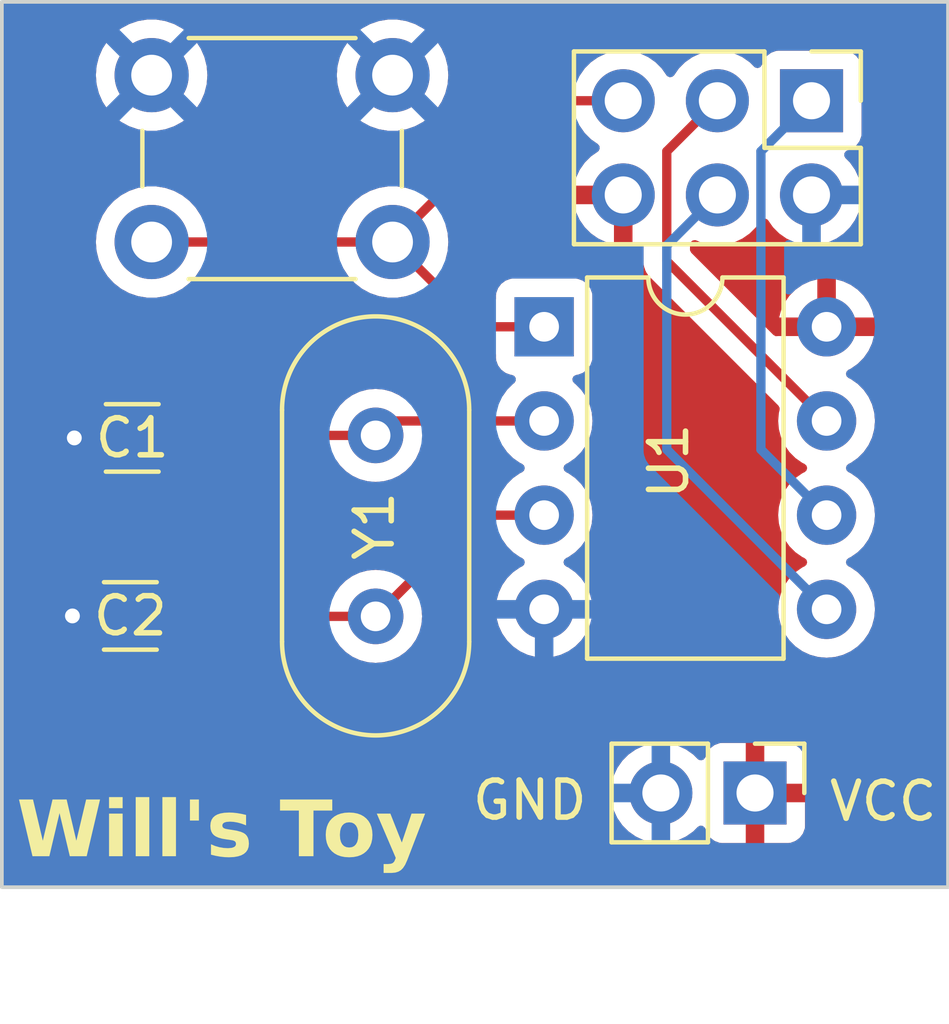
<source format=kicad_pcb>
(kicad_pcb (version 20221018) (generator pcbnew)
  (layers (0 "F.Cu" signal) (31 "B.Cu" signal) (34 "B.Paste" user) (35 "F.Paste" user) (36 "B.SilkS" user "B.Silkscreen") (37 "F.SilkS" user "F.Silkscreen") (38 "B.Mask" user) (39 "F.Mask" user) (44 "Edge.Cuts" user))
  (net 0 "")
  (net 1 "VCC")
  (net 2 "GND")
  (net 3 "/XTAL1")
  (net 4 "/XTAL2")
  (net 5 "/RESET")
  (net 6 "/SCK")
  (net 7 "/MOSI")
  (net 8 "/MISO")
  (footprint "Button_Switch_THT:SW_PUSH_6mm" (layer "F.Cu") (at 122.301 96.901 180)
    (fp_text reference "SW1" hide)
    (fp_text value "SW_Push")
    (fp_line (start -0.25 1.5) (end -0.25 3) (stroke (width 0.12)) (layer "F.SilkS"))
    (fp_line (start 1 5.5) (end 5.5 5.5) (stroke (width 0.12)) (layer "F.SilkS"))
    (fp_line (start 5.5 -1) (end 1 -1) (stroke (width 0.12)) (layer "F.SilkS"))
    (fp_line (start 6.75 3) (end 6.75 1.5) (stroke (width 0.12)) (layer "F.SilkS"))
    (pad "1" thru_hole circle (at 0 0 270) (size 2 2) (drill 1.1) (layers "*.Cu" "*.Mask") (net 5 "/RESET"))
    (pad "1" thru_hole circle (at 6.5 0 270) (size 2 2) (drill 1.1) (layers "*.Cu" "*.Mask") (net 5 "/RESET"))
    (pad "2" thru_hole circle (at 0 4.5 270) (size 2 2) (drill 1.1) (layers "*.Cu" "*.Mask") (net 2 "GND"))
    (pad "2" thru_hole circle (at 6.5 4.5 270) (size 2 2) (drill 1.1) (layers "*.Cu" "*.Mask") (net 2 "GND"))
  )
  (footprint "Connector_PinHeader_2.54mm:PinHeader_1x02_P2.54mm_Vertical" (layer "F.Cu") (at 132.08 111.76 -90)
    (fp_text reference "J2" hide)
    (fp_text value "Conn_01x02_Pin")
    (fp_line (start -1.33 -1.33) (end 0 -1.33) (stroke (width 0.12)) (layer "F.SilkS"))
    (fp_line (start -1.33 0) (end -1.33 -1.33) (stroke (width 0.12)) (layer "F.SilkS"))
    (fp_line (start -1.33 1.27) (end -1.33 3.87) (stroke (width 0.12)) (layer "F.SilkS"))
    (fp_line (start -1.33 1.27) (end 1.33 1.27) (stroke (width 0.12)) (layer "F.SilkS"))
    (fp_line (start -1.33 3.87) (end 1.33 3.87) (stroke (width 0.12)) (layer "F.SilkS"))
    (fp_line (start 1.33 1.27) (end 1.33 3.87) (stroke (width 0.12)) (layer "F.SilkS"))
    (pad "1" thru_hole rect (at 0 0 270) (size 1.7 1.7) (drill 1) (layers "*.Cu" "*.Mask") (net 1 "VCC"))
    (pad "2" thru_hole oval (at 0 2.54 270) (size 1.7 1.7) (drill 1) (layers "*.Cu" "*.Mask") (net 2 "GND"))
  )
  (footprint "Connector_PinHeader_2.54mm:PinHeader_2x03_P2.54mm_Vertical" (layer "F.Cu") (at 133.604 93.091 -90)
    (fp_text reference "J1" hide)
    (fp_text value "Conn_02x03_Odd_Even" hide)
    (fp_line (start -1.33 -1.33) (end 0 -1.33) (stroke (width 0.12)) (layer "F.SilkS"))
    (fp_line (start -1.33 0) (end -1.33 -1.33) (stroke (width 0.12)) (layer "F.SilkS"))
    (fp_line (start -1.33 1.27) (end -1.33 6.41) (stroke (width 0.12)) (layer "F.SilkS"))
    (fp_line (start -1.33 1.27) (end 1.27 1.27) (stroke (width 0.12)) (layer "F.SilkS"))
    (fp_line (start -1.33 6.41) (end 3.87 6.41) (stroke (width 0.12)) (layer "F.SilkS"))
    (fp_line (start 1.27 -1.33) (end 3.87 -1.33) (stroke (width 0.12)) (layer "F.SilkS"))
    (fp_line (start 1.27 1.27) (end 1.27 -1.33) (stroke (width 0.12)) (layer "F.SilkS"))
    (fp_line (start 3.87 -1.33) (end 3.87 6.41) (stroke (width 0.12)) (layer "F.SilkS"))
    (pad "1" thru_hole rect (at 0 0 270) (size 1.7 1.7) (drill 1) (layers "*.Cu" "*.Mask") (net 8 "/MISO"))
    (pad "2" thru_hole oval (at 2.54 0 270) (size 1.7 1.7) (drill 1) (layers "*.Cu" "*.Mask") (net 2 "GND"))
    (pad "3" thru_hole oval (at 0 2.54 270) (size 1.7 1.7) (drill 1) (layers "*.Cu" "*.Mask") (net 6 "/SCK"))
    (pad "4" thru_hole oval (at 2.54 2.54 270) (size 1.7 1.7) (drill 1) (layers "*.Cu" "*.Mask") (net 7 "/MOSI"))
    (pad "5" thru_hole oval (at 0 5.08 270) (size 1.7 1.7) (drill 1) (layers "*.Cu" "*.Mask") (net 5 "/RESET"))
    (pad "6" thru_hole oval (at 2.54 5.08 270) (size 1.7 1.7) (drill 1) (layers "*.Cu" "*.Mask") (net 1 "VCC"))
  )
  (footprint "Package_DIP:DIP-8_W7.62mm" (layer "F.Cu") (at 126.3904 99.187)
    (fp_text reference "U1" (at 3.3596 3.623 90) (layer "F.SilkS"))
    (fp_text value "ATtiny85-20P")
    (fp_line (start 1.16 -1.33) (end 1.16 8.95) (stroke (width 0.12)) (layer "F.SilkS"))
    (fp_line (start 1.16 8.95) (end 6.46 8.95) (stroke (width 0.12)) (layer "F.SilkS"))
    (fp_line (start 2.81 -1.33) (end 1.16 -1.33) (stroke (width 0.12)) (layer "F.SilkS"))
    (fp_line (start 6.46 -1.33) (end 4.81 -1.33) (stroke (width 0.12)) (layer "F.SilkS"))
    (fp_line (start 6.46 8.95) (end 6.46 -1.33) (stroke (width 0.12)) (layer "F.SilkS"))
    (fp_arc (start 4.81 -1.33) (mid 3.81 -0.33) (end 2.81 -1.33) (stroke (width 0.12)) (layer "F.SilkS"))
    (pad "1" thru_hole rect (at 0 0) (size 1.6 1.6) (drill 0.8) (layers "*.Cu" "*.Mask") (net 5 "/RESET"))
    (pad "2" thru_hole oval (at 0 2.54) (size 1.6 1.6) (drill 0.8) (layers "*.Cu" "*.Mask") (net 3 "/XTAL1"))
    (pad "3" thru_hole oval (at 0 5.08) (size 1.6 1.6) (drill 0.8) (layers "*.Cu" "*.Mask") (net 4 "/XTAL2"))
    (pad "4" thru_hole oval (at 0 7.62) (size 1.6 1.6) (drill 0.8) (layers "*.Cu" "*.Mask") (net 2 "GND"))
    (pad "5" thru_hole oval (at 7.62 7.62) (size 1.6 1.6) (drill 0.8) (layers "*.Cu" "*.Mask") (net 7 "/MOSI"))
    (pad "6" thru_hole oval (at 7.62 5.08) (size 1.6 1.6) (drill 0.8) (layers "*.Cu" "*.Mask") (net 8 "/MISO"))
    (pad "7" thru_hole oval (at 7.62 2.54) (size 1.6 1.6) (drill 0.8) (layers "*.Cu" "*.Mask") (net 6 "/SCK"))
    (pad "8" thru_hole oval (at 7.62 0) (size 1.6 1.6) (drill 0.8) (layers "*.Cu" "*.Mask") (net 1 "VCC"))
  )
  (footprint "Capacitor_SMD:C_1206_3216Metric_Pad1.33x1.80mm_HandSolder" (layer "F.Cu") (at 115.2775 102.1842 180)
    (fp_text reference "C1" (at 0 0) (layer "F.SilkS"))
    (fp_text value "20PF" hide)
    (fp_line (start -0.711252 -0.91) (end 0.711252 -0.91) (stroke (width 0.12)) (layer "F.SilkS"))
    (fp_line (start -0.711252 0.91) (end 0.711252 0.91) (stroke (width 0.12)) (layer "F.SilkS"))
    (pad "1" smd roundrect (at -1.5625 0 180) (size 1.325 1.8) (layers "F.Cu" "F.Paste" "F.Mask") (roundrect_rratio 0.188679) (net 3 "/XTAL1"))
    (pad "2" smd roundrect (at 1.5625 0 180) (size 1.325 1.8) (layers "F.Cu" "F.Paste" "F.Mask") (roundrect_rratio 0.188679) (net 2 "GND"))
  )
  (footprint "Capacitor_SMD:C_1206_3216Metric_Pad1.33x1.80mm_HandSolder" (layer "F.Cu") (at 115.2267 106.9848)
    (fp_text reference "C2" (at 0 0) (layer "F.SilkS"))
    (fp_text value "20PF" hide)
    (fp_line (start -0.711252 -0.91) (end 0.711252 -0.91) (stroke (width 0.12)) (layer "F.SilkS"))
    (fp_line (start -0.711252 0.91) (end 0.711252 0.91) (stroke (width 0.12)) (layer "F.SilkS"))
    (pad "1" smd roundrect (at -1.5625 0) (size 1.325 1.8) (layers "F.Cu" "F.Paste" "F.Mask") (roundrect_rratio 0.188679) (net 2 "GND"))
    (pad "2" smd roundrect (at 1.5625 0) (size 1.325 1.8) (layers "F.Cu" "F.Paste" "F.Mask") (roundrect_rratio 0.188679) (net 4 "/XTAL2"))
  )
  (footprint "Crystal:Crystal_HC49-U_Vertical" (layer "F.Cu") (at 121.8438 106.9964 90)
    (fp_text reference "Y1" (at 2.4364 -0.0338 90) (layer "F.SilkS"))
    (fp_text value "8MHZ")
    (fp_line (start -0.685 -2.525) (end 5.565 -2.525) (stroke (width 0.12)) (layer "F.SilkS"))
    (fp_line (start -0.685 2.525) (end 5.565 2.525) (stroke (width 0.12)) (layer "F.SilkS"))
    (fp_arc (start -0.685 2.525) (mid -3.21 0) (end -0.685 -2.525) (stroke (width 0.12)) (layer "F.SilkS"))
    (fp_arc (start 5.565 -2.525) (mid 8.09 0) (end 5.565 2.525) (stroke (width 0.12)) (layer "F.SilkS"))
    (pad "1" thru_hole circle (at 0 0 90) (size 1.5 1.5) (drill 0.8) (layers "*.Cu" "*.Mask") (net 4 "/XTAL2"))
    (pad "2" thru_hole circle (at 4.88 0 90) (size 1.5 1.5) (drill 0.8) (layers "*.Cu" "*.Mask") (net 3 "/XTAL1"))
  )
  (gr_rect (start 111.76 90.424) (end 137.287 114.3) (stroke (width 0.1)) (fill none) (layer "Edge.Cuts"))
  (gr_text "VCC" (at 134.01 112.57) (layer "F.SilkS") (effects (font (size 1 1)) (justify left bottom)))
  (gr_text "GND" (at 124.38 112.54) (layer "F.SilkS") (effects (font (size 1 1)) (justify left bottom)))
  (gr_text "Will's Toy" (at 112.16 113.72) (layer "F.SilkS") (effects (font (size 1.5 1.5) (thickness 0.2) bold) (justify left bottom)))
  (via (at 113.6642 106.9848) (size 0.8) (drill 0.4) (layers "F.Cu" "B.Cu") (net 2))
  (via (at 113.715 102.1842) (size 0.8) (drill 0.4) (layers "F.Cu" "B.Cu") (net 2))
  (segment (start 113.715 94.487) (end 113.715 102.1842) (width 0.25) (layer "B.Cu") (net 2))
  (segment (start 113.715 102.1842) (end 113.715 106.934) (width 0.25) (layer "B.Cu") (net 2))
  (segment (start 113.715 106.934) (end 113.6642 106.9848) (width 0.25) (layer "B.Cu") (net 2))
  (segment (start 115.801 92.401) (end 113.715 94.487) (width 0.25) (layer "B.Cu") (net 2))
  (segment (start 116.9078 102.1164) (end 116.84 102.1842) (width 0.25) (layer "F.Cu") (net 3))
  (segment (start 122.2332 101.727) (end 121.8438 102.1164) (width 0.25) (layer "F.Cu") (net 3))
  (segment (start 126.3904 101.727) (end 122.2332 101.727) (width 0.25) (layer "F.Cu") (net 3))
  (segment (start 121.8438 102.1164) (end 116.9078 102.1164) (width 0.25) (layer "F.Cu") (net 3))
  (segment (start 116.8008 106.9964) (end 116.7892 106.9848) (width 0.25) (layer "F.Cu") (net 4))
  (segment (start 121.8438 106.9964) (end 116.8008 106.9964) (width 0.25) (layer "F.Cu") (net 4))
  (segment (start 124.5732 104.267) (end 121.8438 106.9964) (width 0.25) (layer "F.Cu") (net 4))
  (segment (start 126.3904 104.267) (end 124.5732 104.267) (width 0.25) (layer "F.Cu") (net 4))
  (segment (start 126.3904 99.187) (end 124.587 99.187) (width 0.25) (layer "F.Cu") (net 5))
  (segment (start 128.524 93.091) (end 126.111 93.091) (width 0.25) (layer "F.Cu") (net 5))
  (segment (start 124.587 99.187) (end 122.301 96.901) (width 0.25) (layer "F.Cu") (net 5))
  (segment (start 122.301 96.901) (end 115.801 96.901) (width 0.25) (layer "F.Cu") (net 5))
  (segment (start 126.111 93.091) (end 122.301 96.901) (width 0.25) (layer "F.Cu") (net 5))
  (segment (start 129.699 97.4156) (end 129.699 94.456) (width 0.25) (layer "F.Cu") (net 6))
  (segment (start 134.0104 101.727) (end 129.699 97.4156) (width 0.25) (layer "F.Cu") (net 6))
  (segment (start 129.699 94.456) (end 131.064 93.091) (width 0.25) (layer "F.Cu") (net 6))
  (segment (start 129.699 96.996) (end 131.064 95.631) (width 0.25) (layer "B.Cu") (net 7))
  (segment (start 129.699 102.4956) (end 129.699 96.996) (width 0.25) (layer "B.Cu") (net 7))
  (segment (start 134.0104 106.807) (end 129.699 102.4956) (width 0.25) (layer "B.Cu") (net 7))
  (segment (start 134.0104 104.267) (end 132.239 102.4956) (width 0.25) (layer "B.Cu") (net 8))
  (segment (start 132.239 102.4956) (end 132.239 94.456) (width 0.25) (layer "B.Cu") (net 8))
  (segment (start 132.239 94.456) (end 133.604 93.091) (width 0.25) (layer "B.Cu") (net 8))
  (zone (net 1) (net_name "VCC") (layer "F.Cu") (priority 1) (connect_pads (clearance 0.5)) (min_thickness 0.25) (fill yes (thermal_gap 0.5) (thermal_bridge_width 0.5))
    (polygon (pts (xy 111.76 90.424) (xy 137.287 90.424) (xy 137.287 114.173) (xy 111.76 114.173)))
  )
  (zone (net 2) (net_name "GND") (layer "B.Cu") (connect_pads (clearance 0.5)) (min_thickness 0.25) (fill yes (thermal_gap 0.5) (thermal_bridge_width 0.5))
    (polygon (pts (xy 111.76 90.424) (xy 137.287 90.424) (xy 137.287 114.3) (xy 111.76 114.3)))
  )
)
</source>
